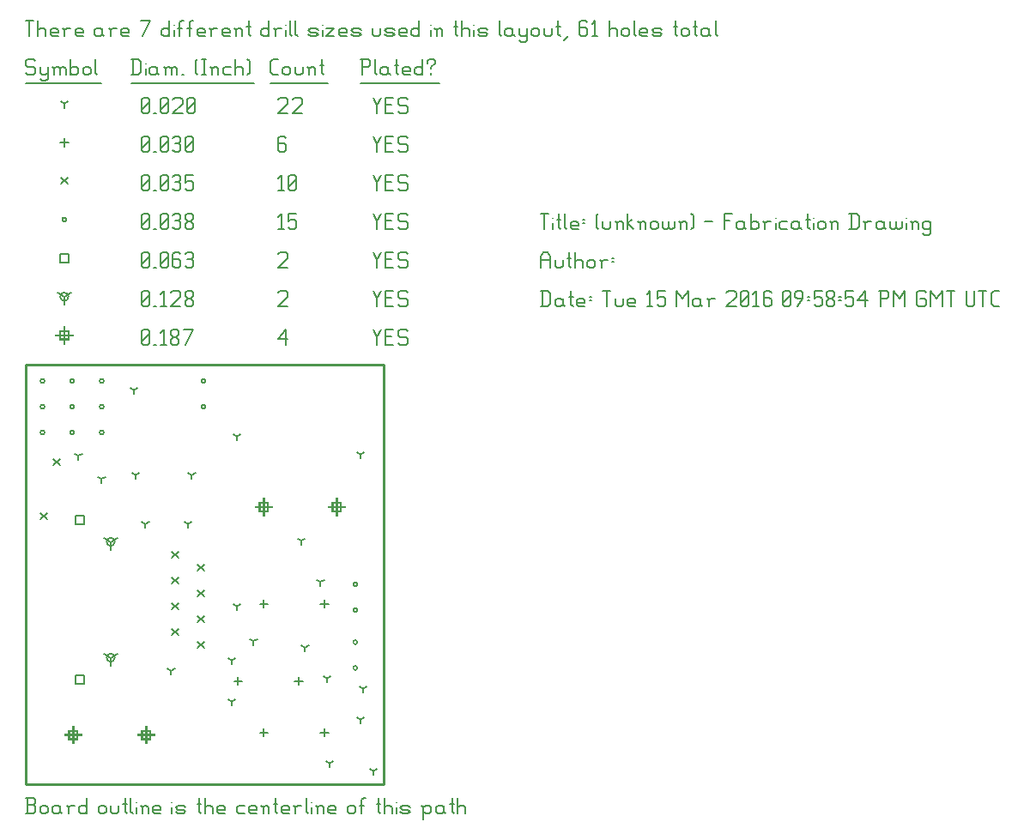
<source format=gbr>
G04 start of page 12 for group -3984 idx -3984 *
G04 Title: (unknown), fab *
G04 Creator: pcb 20140316 *
G04 CreationDate: Tue 15 Mar 2016 09:58:54 PM GMT UTC *
G04 For: commonadmin *
G04 Format: Gerber/RS-274X *
G04 PCB-Dimensions (mil): 1410.00 1650.00 *
G04 PCB-Coordinate-Origin: lower left *
%MOIN*%
%FSLAX25Y25*%
%LNFAB*%
%ADD95C,0.0100*%
%ADD94C,0.0075*%
%ADD93C,0.0060*%
%ADD92R,0.0080X0.0080*%
G54D92*X18500Y24200D02*Y17800D01*
X15300Y21000D02*X21700D01*
X16900Y22600D02*X20100D01*
X16900D02*Y19400D01*
X20100D01*
Y22600D02*Y19400D01*
X46846Y24200D02*Y17800D01*
X43646Y21000D02*X50046D01*
X45246Y22600D02*X48446D01*
X45246D02*Y19400D01*
X48446D01*
Y22600D02*Y19400D01*
X92500Y112700D02*Y106300D01*
X89300Y109500D02*X95700D01*
X90900Y111100D02*X94100D01*
X90900D02*Y107900D01*
X94100D01*
Y111100D02*Y107900D01*
X120846Y112700D02*Y106300D01*
X117646Y109500D02*X124046D01*
X119246Y111100D02*X122446D01*
X119246D02*Y107900D01*
X122446D01*
Y111100D02*Y107900D01*
X15000Y179450D02*Y173050D01*
X11800Y176250D02*X18200D01*
X13400Y177850D02*X16600D01*
X13400D02*Y174650D01*
X16600D01*
Y177850D02*Y174650D01*
G54D93*X135000Y178500D02*X136500Y175500D01*
X138000Y178500D01*
X136500Y175500D02*Y172500D01*
X139800Y175800D02*X142050D01*
X139800Y172500D02*X142800D01*
X139800Y178500D02*Y172500D01*
Y178500D02*X142800D01*
X147600D02*X148350Y177750D01*
X145350Y178500D02*X147600D01*
X144600Y177750D02*X145350Y178500D01*
X144600Y177750D02*Y176250D01*
X145350Y175500D01*
X147600D01*
X148350Y174750D01*
Y173250D01*
X147600Y172500D02*X148350Y173250D01*
X145350Y172500D02*X147600D01*
X144600Y173250D02*X145350Y172500D01*
X98000Y174750D02*X101000Y178500D01*
X98000Y174750D02*X101750D01*
X101000Y178500D02*Y172500D01*
X45000Y173250D02*X45750Y172500D01*
X45000Y177750D02*Y173250D01*
Y177750D02*X45750Y178500D01*
X47250D01*
X48000Y177750D01*
Y173250D01*
X47250Y172500D02*X48000Y173250D01*
X45750Y172500D02*X47250D01*
X45000Y174000D02*X48000Y177000D01*
X49800Y172500D02*X50550D01*
X52350Y177300D02*X53550Y178500D01*
Y172500D01*
X52350D02*X54600D01*
X56400Y173250D02*X57150Y172500D01*
X56400Y174450D02*Y173250D01*
Y174450D02*X57450Y175500D01*
X58350D01*
X59400Y174450D01*
Y173250D01*
X58650Y172500D02*X59400Y173250D01*
X57150Y172500D02*X58650D01*
X56400Y176550D02*X57450Y175500D01*
X56400Y177750D02*Y176550D01*
Y177750D02*X57150Y178500D01*
X58650D01*
X59400Y177750D01*
Y176550D01*
X58350Y175500D02*X59400Y176550D01*
X61950Y172500D02*X64950Y178500D01*
X61200D02*X64950D01*
X33000Y96000D02*Y92800D01*
Y96000D02*X35773Y97600D01*
X33000Y96000D02*X30227Y97600D01*
X31400Y96000D02*G75*G03X34600Y96000I1600J0D01*G01*
G75*G03X31400Y96000I-1600J0D01*G01*
X33000Y51000D02*Y47800D01*
Y51000D02*X35773Y52600D01*
X33000Y51000D02*X30227Y52600D01*
X31400Y51000D02*G75*G03X34600Y51000I1600J0D01*G01*
G75*G03X31400Y51000I-1600J0D01*G01*
X15000Y191250D02*Y188050D01*
Y191250D02*X17773Y192850D01*
X15000Y191250D02*X12227Y192850D01*
X13400Y191250D02*G75*G03X16600Y191250I1600J0D01*G01*
G75*G03X13400Y191250I-1600J0D01*G01*
X135000Y193500D02*X136500Y190500D01*
X138000Y193500D01*
X136500Y190500D02*Y187500D01*
X139800Y190800D02*X142050D01*
X139800Y187500D02*X142800D01*
X139800Y193500D02*Y187500D01*
Y193500D02*X142800D01*
X147600D02*X148350Y192750D01*
X145350Y193500D02*X147600D01*
X144600Y192750D02*X145350Y193500D01*
X144600Y192750D02*Y191250D01*
X145350Y190500D01*
X147600D01*
X148350Y189750D01*
Y188250D01*
X147600Y187500D02*X148350Y188250D01*
X145350Y187500D02*X147600D01*
X144600Y188250D02*X145350Y187500D01*
X98000Y192750D02*X98750Y193500D01*
X101000D01*
X101750Y192750D01*
Y191250D01*
X98000Y187500D02*X101750Y191250D01*
X98000Y187500D02*X101750D01*
X45000Y188250D02*X45750Y187500D01*
X45000Y192750D02*Y188250D01*
Y192750D02*X45750Y193500D01*
X47250D01*
X48000Y192750D01*
Y188250D01*
X47250Y187500D02*X48000Y188250D01*
X45750Y187500D02*X47250D01*
X45000Y189000D02*X48000Y192000D01*
X49800Y187500D02*X50550D01*
X52350Y192300D02*X53550Y193500D01*
Y187500D01*
X52350D02*X54600D01*
X56400Y192750D02*X57150Y193500D01*
X59400D01*
X60150Y192750D01*
Y191250D01*
X56400Y187500D02*X60150Y191250D01*
X56400Y187500D02*X60150D01*
X61950Y188250D02*X62700Y187500D01*
X61950Y189450D02*Y188250D01*
Y189450D02*X63000Y190500D01*
X63900D01*
X64950Y189450D01*
Y188250D01*
X64200Y187500D02*X64950Y188250D01*
X62700Y187500D02*X64200D01*
X61950Y191550D02*X63000Y190500D01*
X61950Y192750D02*Y191550D01*
Y192750D02*X62700Y193500D01*
X64200D01*
X64950Y192750D01*
Y191550D01*
X63900Y190500D02*X64950Y191550D01*
X19392Y106143D02*X22592D01*
X19392D02*Y102943D01*
X22592D01*
Y106143D02*Y102943D01*
X19392Y44135D02*X22592D01*
X19392D02*Y40935D01*
X22592D01*
Y44135D02*Y40935D01*
X13400Y207850D02*X16600D01*
X13400D02*Y204650D01*
X16600D01*
Y207850D02*Y204650D01*
X135000Y208500D02*X136500Y205500D01*
X138000Y208500D01*
X136500Y205500D02*Y202500D01*
X139800Y205800D02*X142050D01*
X139800Y202500D02*X142800D01*
X139800Y208500D02*Y202500D01*
Y208500D02*X142800D01*
X147600D02*X148350Y207750D01*
X145350Y208500D02*X147600D01*
X144600Y207750D02*X145350Y208500D01*
X144600Y207750D02*Y206250D01*
X145350Y205500D01*
X147600D01*
X148350Y204750D01*
Y203250D01*
X147600Y202500D02*X148350Y203250D01*
X145350Y202500D02*X147600D01*
X144600Y203250D02*X145350Y202500D01*
X98000Y207750D02*X98750Y208500D01*
X101000D01*
X101750Y207750D01*
Y206250D01*
X98000Y202500D02*X101750Y206250D01*
X98000Y202500D02*X101750D01*
X45000Y203250D02*X45750Y202500D01*
X45000Y207750D02*Y203250D01*
Y207750D02*X45750Y208500D01*
X47250D01*
X48000Y207750D01*
Y203250D01*
X47250Y202500D02*X48000Y203250D01*
X45750Y202500D02*X47250D01*
X45000Y204000D02*X48000Y207000D01*
X49800Y202500D02*X50550D01*
X52350Y203250D02*X53100Y202500D01*
X52350Y207750D02*Y203250D01*
Y207750D02*X53100Y208500D01*
X54600D01*
X55350Y207750D01*
Y203250D01*
X54600Y202500D02*X55350Y203250D01*
X53100Y202500D02*X54600D01*
X52350Y204000D02*X55350Y207000D01*
X59400Y208500D02*X60150Y207750D01*
X57900Y208500D02*X59400D01*
X57150Y207750D02*X57900Y208500D01*
X57150Y207750D02*Y203250D01*
X57900Y202500D01*
X59400Y205800D02*X60150Y205050D01*
X57150Y205800D02*X59400D01*
X57900Y202500D02*X59400D01*
X60150Y203250D01*
Y205050D02*Y203250D01*
X61950Y207750D02*X62700Y208500D01*
X64200D01*
X64950Y207750D01*
X64200Y202500D02*X64950Y203250D01*
X62700Y202500D02*X64200D01*
X61950Y203250D02*X62700Y202500D01*
Y205800D02*X64200D01*
X64950Y207750D02*Y206550D01*
Y205050D02*Y203250D01*
Y205050D02*X64200Y205800D01*
X64950Y206550D02*X64200Y205800D01*
X127200Y79500D02*G75*G03X128800Y79500I800J0D01*G01*
G75*G03X127200Y79500I-800J0D01*G01*
Y69500D02*G75*G03X128800Y69500I800J0D01*G01*
G75*G03X127200Y69500I-800J0D01*G01*
Y57000D02*G75*G03X128800Y57000I800J0D01*G01*
G75*G03X127200Y57000I-800J0D01*G01*
Y47000D02*G75*G03X128800Y47000I800J0D01*G01*
G75*G03X127200Y47000I-800J0D01*G01*
X28700Y138500D02*G75*G03X30300Y138500I800J0D01*G01*
G75*G03X28700Y138500I-800J0D01*G01*
Y148500D02*G75*G03X30300Y148500I800J0D01*G01*
G75*G03X28700Y148500I-800J0D01*G01*
Y158500D02*G75*G03X30300Y158500I800J0D01*G01*
G75*G03X28700Y158500I-800J0D01*G01*
X17200Y138500D02*G75*G03X18800Y138500I800J0D01*G01*
G75*G03X17200Y138500I-800J0D01*G01*
Y148500D02*G75*G03X18800Y148500I800J0D01*G01*
G75*G03X17200Y148500I-800J0D01*G01*
Y158500D02*G75*G03X18800Y158500I800J0D01*G01*
G75*G03X17200Y158500I-800J0D01*G01*
X5700Y138500D02*G75*G03X7300Y138500I800J0D01*G01*
G75*G03X5700Y138500I-800J0D01*G01*
Y148500D02*G75*G03X7300Y148500I800J0D01*G01*
G75*G03X5700Y148500I-800J0D01*G01*
Y158500D02*G75*G03X7300Y158500I800J0D01*G01*
G75*G03X5700Y158500I-800J0D01*G01*
X68200D02*G75*G03X69800Y158500I800J0D01*G01*
G75*G03X68200Y158500I-800J0D01*G01*
Y148500D02*G75*G03X69800Y148500I800J0D01*G01*
G75*G03X68200Y148500I-800J0D01*G01*
X14200Y221250D02*G75*G03X15800Y221250I800J0D01*G01*
G75*G03X14200Y221250I-800J0D01*G01*
X135000Y223500D02*X136500Y220500D01*
X138000Y223500D01*
X136500Y220500D02*Y217500D01*
X139800Y220800D02*X142050D01*
X139800Y217500D02*X142800D01*
X139800Y223500D02*Y217500D01*
Y223500D02*X142800D01*
X147600D02*X148350Y222750D01*
X145350Y223500D02*X147600D01*
X144600Y222750D02*X145350Y223500D01*
X144600Y222750D02*Y221250D01*
X145350Y220500D01*
X147600D01*
X148350Y219750D01*
Y218250D01*
X147600Y217500D02*X148350Y218250D01*
X145350Y217500D02*X147600D01*
X144600Y218250D02*X145350Y217500D01*
X98000Y222300D02*X99200Y223500D01*
Y217500D01*
X98000D02*X100250D01*
X102050Y223500D02*X105050D01*
X102050D02*Y220500D01*
X102800Y221250D01*
X104300D01*
X105050Y220500D01*
Y218250D01*
X104300Y217500D02*X105050Y218250D01*
X102800Y217500D02*X104300D01*
X102050Y218250D02*X102800Y217500D01*
X45000Y218250D02*X45750Y217500D01*
X45000Y222750D02*Y218250D01*
Y222750D02*X45750Y223500D01*
X47250D01*
X48000Y222750D01*
Y218250D01*
X47250Y217500D02*X48000Y218250D01*
X45750Y217500D02*X47250D01*
X45000Y219000D02*X48000Y222000D01*
X49800Y217500D02*X50550D01*
X52350Y218250D02*X53100Y217500D01*
X52350Y222750D02*Y218250D01*
Y222750D02*X53100Y223500D01*
X54600D01*
X55350Y222750D01*
Y218250D01*
X54600Y217500D02*X55350Y218250D01*
X53100Y217500D02*X54600D01*
X52350Y219000D02*X55350Y222000D01*
X57150Y222750D02*X57900Y223500D01*
X59400D01*
X60150Y222750D01*
X59400Y217500D02*X60150Y218250D01*
X57900Y217500D02*X59400D01*
X57150Y218250D02*X57900Y217500D01*
Y220800D02*X59400D01*
X60150Y222750D02*Y221550D01*
Y220050D02*Y218250D01*
Y220050D02*X59400Y220800D01*
X60150Y221550D02*X59400Y220800D01*
X61950Y218250D02*X62700Y217500D01*
X61950Y219450D02*Y218250D01*
Y219450D02*X63000Y220500D01*
X63900D01*
X64950Y219450D01*
Y218250D01*
X64200Y217500D02*X64950Y218250D01*
X62700Y217500D02*X64200D01*
X61950Y221550D02*X63000Y220500D01*
X61950Y222750D02*Y221550D01*
Y222750D02*X62700Y223500D01*
X64200D01*
X64950Y222750D01*
Y221550D01*
X63900Y220500D02*X64950Y221550D01*
X10800Y128200D02*X13200Y125800D01*
X10800D02*X13200Y128200D01*
X5800Y107200D02*X8200Y104800D01*
X5800D02*X8200Y107200D01*
X66800Y87200D02*X69200Y84800D01*
X66800D02*X69200Y87200D01*
X66800Y77200D02*X69200Y74800D01*
X66800D02*X69200Y77200D01*
X66800Y67200D02*X69200Y64800D01*
X66800D02*X69200Y67200D01*
X66800Y57200D02*X69200Y54800D01*
X66800D02*X69200Y57200D01*
X56800Y92200D02*X59200Y89800D01*
X56800D02*X59200Y92200D01*
X56800Y82200D02*X59200Y79800D01*
X56800D02*X59200Y82200D01*
X56800Y72200D02*X59200Y69800D01*
X56800D02*X59200Y72200D01*
X56800Y62200D02*X59200Y59800D01*
X56800D02*X59200Y62200D01*
X13800Y237450D02*X16200Y235050D01*
X13800D02*X16200Y237450D01*
X135000Y238500D02*X136500Y235500D01*
X138000Y238500D01*
X136500Y235500D02*Y232500D01*
X139800Y235800D02*X142050D01*
X139800Y232500D02*X142800D01*
X139800Y238500D02*Y232500D01*
Y238500D02*X142800D01*
X147600D02*X148350Y237750D01*
X145350Y238500D02*X147600D01*
X144600Y237750D02*X145350Y238500D01*
X144600Y237750D02*Y236250D01*
X145350Y235500D01*
X147600D01*
X148350Y234750D01*
Y233250D01*
X147600Y232500D02*X148350Y233250D01*
X145350Y232500D02*X147600D01*
X144600Y233250D02*X145350Y232500D01*
X98000Y237300D02*X99200Y238500D01*
Y232500D01*
X98000D02*X100250D01*
X102050Y233250D02*X102800Y232500D01*
X102050Y237750D02*Y233250D01*
Y237750D02*X102800Y238500D01*
X104300D01*
X105050Y237750D01*
Y233250D01*
X104300Y232500D02*X105050Y233250D01*
X102800Y232500D02*X104300D01*
X102050Y234000D02*X105050Y237000D01*
X45000Y233250D02*X45750Y232500D01*
X45000Y237750D02*Y233250D01*
Y237750D02*X45750Y238500D01*
X47250D01*
X48000Y237750D01*
Y233250D01*
X47250Y232500D02*X48000Y233250D01*
X45750Y232500D02*X47250D01*
X45000Y234000D02*X48000Y237000D01*
X49800Y232500D02*X50550D01*
X52350Y233250D02*X53100Y232500D01*
X52350Y237750D02*Y233250D01*
Y237750D02*X53100Y238500D01*
X54600D01*
X55350Y237750D01*
Y233250D01*
X54600Y232500D02*X55350Y233250D01*
X53100Y232500D02*X54600D01*
X52350Y234000D02*X55350Y237000D01*
X57150Y237750D02*X57900Y238500D01*
X59400D01*
X60150Y237750D01*
X59400Y232500D02*X60150Y233250D01*
X57900Y232500D02*X59400D01*
X57150Y233250D02*X57900Y232500D01*
Y235800D02*X59400D01*
X60150Y237750D02*Y236550D01*
Y235050D02*Y233250D01*
Y235050D02*X59400Y235800D01*
X60150Y236550D02*X59400Y235800D01*
X61950Y238500D02*X64950D01*
X61950D02*Y235500D01*
X62700Y236250D01*
X64200D01*
X64950Y235500D01*
Y233250D01*
X64200Y232500D02*X64950Y233250D01*
X62700Y232500D02*X64200D01*
X61950Y233250D02*X62700Y232500D01*
X92500Y73600D02*Y70400D01*
X90900Y72000D02*X94100D01*
X92500Y23600D02*Y20400D01*
X90900Y22000D02*X94100D01*
X82500Y43600D02*Y40400D01*
X80900Y42000D02*X84100D01*
X116000Y73600D02*Y70400D01*
X114400Y72000D02*X117600D01*
X116000Y23600D02*Y20400D01*
X114400Y22000D02*X117600D01*
X106000Y43600D02*Y40400D01*
X104400Y42000D02*X107600D01*
X15000Y252850D02*Y249650D01*
X13400Y251250D02*X16600D01*
X135000Y253500D02*X136500Y250500D01*
X138000Y253500D01*
X136500Y250500D02*Y247500D01*
X139800Y250800D02*X142050D01*
X139800Y247500D02*X142800D01*
X139800Y253500D02*Y247500D01*
Y253500D02*X142800D01*
X147600D02*X148350Y252750D01*
X145350Y253500D02*X147600D01*
X144600Y252750D02*X145350Y253500D01*
X144600Y252750D02*Y251250D01*
X145350Y250500D01*
X147600D01*
X148350Y249750D01*
Y248250D01*
X147600Y247500D02*X148350Y248250D01*
X145350Y247500D02*X147600D01*
X144600Y248250D02*X145350Y247500D01*
X100250Y253500D02*X101000Y252750D01*
X98750Y253500D02*X100250D01*
X98000Y252750D02*X98750Y253500D01*
X98000Y252750D02*Y248250D01*
X98750Y247500D01*
X100250Y250800D02*X101000Y250050D01*
X98000Y250800D02*X100250D01*
X98750Y247500D02*X100250D01*
X101000Y248250D01*
Y250050D02*Y248250D01*
X45000D02*X45750Y247500D01*
X45000Y252750D02*Y248250D01*
Y252750D02*X45750Y253500D01*
X47250D01*
X48000Y252750D01*
Y248250D01*
X47250Y247500D02*X48000Y248250D01*
X45750Y247500D02*X47250D01*
X45000Y249000D02*X48000Y252000D01*
X49800Y247500D02*X50550D01*
X52350Y248250D02*X53100Y247500D01*
X52350Y252750D02*Y248250D01*
Y252750D02*X53100Y253500D01*
X54600D01*
X55350Y252750D01*
Y248250D01*
X54600Y247500D02*X55350Y248250D01*
X53100Y247500D02*X54600D01*
X52350Y249000D02*X55350Y252000D01*
X57150Y252750D02*X57900Y253500D01*
X59400D01*
X60150Y252750D01*
X59400Y247500D02*X60150Y248250D01*
X57900Y247500D02*X59400D01*
X57150Y248250D02*X57900Y247500D01*
Y250800D02*X59400D01*
X60150Y252750D02*Y251550D01*
Y250050D02*Y248250D01*
Y250050D02*X59400Y250800D01*
X60150Y251550D02*X59400Y250800D01*
X61950Y248250D02*X62700Y247500D01*
X61950Y252750D02*Y248250D01*
Y252750D02*X62700Y253500D01*
X64200D01*
X64950Y252750D01*
Y248250D01*
X64200Y247500D02*X64950Y248250D01*
X62700Y247500D02*X64200D01*
X61950Y249000D02*X64950Y252000D01*
X64500Y122000D02*Y120400D01*
Y122000D02*X65887Y122800D01*
X64500Y122000D02*X63113Y122800D01*
X42700Y122000D02*Y120400D01*
Y122000D02*X44087Y122800D01*
X42700Y122000D02*X41313Y122800D01*
X80000Y34000D02*Y32400D01*
Y34000D02*X81387Y34800D01*
X80000Y34000D02*X78613Y34800D01*
X29500Y120500D02*Y118900D01*
Y120500D02*X30887Y121300D01*
X29500Y120500D02*X28113Y121300D01*
X46500Y103000D02*Y101400D01*
Y103000D02*X47887Y103800D01*
X46500Y103000D02*X45113Y103800D01*
X63000Y103000D02*Y101400D01*
Y103000D02*X64387Y103800D01*
X63000Y103000D02*X61613Y103800D01*
X56500Y46000D02*Y44400D01*
Y46000D02*X57887Y46800D01*
X56500Y46000D02*X55113Y46800D01*
X88500Y57500D02*Y55900D01*
Y57500D02*X89887Y58300D01*
X88500Y57500D02*X87113Y58300D01*
X108500Y55000D02*Y53400D01*
Y55000D02*X109887Y55800D01*
X108500Y55000D02*X107113Y55800D01*
X82000Y71000D02*Y69400D01*
Y71000D02*X83387Y71800D01*
X82000Y71000D02*X80613Y71800D01*
X114500Y80500D02*Y78900D01*
Y80500D02*X115887Y81300D01*
X114500Y80500D02*X113113Y81300D01*
X42000Y155000D02*Y153400D01*
Y155000D02*X43387Y155800D01*
X42000Y155000D02*X40613Y155800D01*
X82000Y137000D02*Y135400D01*
Y137000D02*X83387Y137800D01*
X82000Y137000D02*X80613Y137800D01*
X130000Y130000D02*Y128400D01*
Y130000D02*X131387Y130800D01*
X130000Y130000D02*X128613Y130800D01*
X107000Y96500D02*Y94900D01*
Y96500D02*X108387Y97300D01*
X107000Y96500D02*X105613Y97300D01*
X20500Y129500D02*Y127900D01*
Y129500D02*X21887Y130300D01*
X20500Y129500D02*X19113Y130300D01*
X130000Y27000D02*Y25400D01*
Y27000D02*X131387Y27800D01*
X130000Y27000D02*X128613Y27800D01*
X135000Y7000D02*Y5400D01*
Y7000D02*X136387Y7800D01*
X135000Y7000D02*X133613Y7800D01*
X118000Y10000D02*Y8400D01*
Y10000D02*X119387Y10800D01*
X118000Y10000D02*X116613Y10800D01*
X117000Y43000D02*Y41400D01*
Y43000D02*X118387Y43800D01*
X117000Y43000D02*X115613Y43800D01*
X80000Y50000D02*Y48400D01*
Y50000D02*X81387Y50800D01*
X80000Y50000D02*X78613Y50800D01*
X131000Y39000D02*Y37400D01*
Y39000D02*X132387Y39800D01*
X131000Y39000D02*X129613Y39800D01*
X15000Y266250D02*Y264650D01*
Y266250D02*X16387Y267050D01*
X15000Y266250D02*X13613Y267050D01*
X135000Y268500D02*X136500Y265500D01*
X138000Y268500D01*
X136500Y265500D02*Y262500D01*
X139800Y265800D02*X142050D01*
X139800Y262500D02*X142800D01*
X139800Y268500D02*Y262500D01*
Y268500D02*X142800D01*
X147600D02*X148350Y267750D01*
X145350Y268500D02*X147600D01*
X144600Y267750D02*X145350Y268500D01*
X144600Y267750D02*Y266250D01*
X145350Y265500D01*
X147600D01*
X148350Y264750D01*
Y263250D01*
X147600Y262500D02*X148350Y263250D01*
X145350Y262500D02*X147600D01*
X144600Y263250D02*X145350Y262500D01*
X98000Y267750D02*X98750Y268500D01*
X101000D01*
X101750Y267750D01*
Y266250D01*
X98000Y262500D02*X101750Y266250D01*
X98000Y262500D02*X101750D01*
X103550Y267750D02*X104300Y268500D01*
X106550D01*
X107300Y267750D01*
Y266250D01*
X103550Y262500D02*X107300Y266250D01*
X103550Y262500D02*X107300D01*
X45000Y263250D02*X45750Y262500D01*
X45000Y267750D02*Y263250D01*
Y267750D02*X45750Y268500D01*
X47250D01*
X48000Y267750D01*
Y263250D01*
X47250Y262500D02*X48000Y263250D01*
X45750Y262500D02*X47250D01*
X45000Y264000D02*X48000Y267000D01*
X49800Y262500D02*X50550D01*
X52350Y263250D02*X53100Y262500D01*
X52350Y267750D02*Y263250D01*
Y267750D02*X53100Y268500D01*
X54600D01*
X55350Y267750D01*
Y263250D01*
X54600Y262500D02*X55350Y263250D01*
X53100Y262500D02*X54600D01*
X52350Y264000D02*X55350Y267000D01*
X57150Y267750D02*X57900Y268500D01*
X60150D01*
X60900Y267750D01*
Y266250D01*
X57150Y262500D02*X60900Y266250D01*
X57150Y262500D02*X60900D01*
X62700Y263250D02*X63450Y262500D01*
X62700Y267750D02*Y263250D01*
Y267750D02*X63450Y268500D01*
X64950D01*
X65700Y267750D01*
Y263250D01*
X64950Y262500D02*X65700Y263250D01*
X63450Y262500D02*X64950D01*
X62700Y264000D02*X65700Y267000D01*
X3000Y283500D02*X3750Y282750D01*
X750Y283500D02*X3000D01*
X0Y282750D02*X750Y283500D01*
X0Y282750D02*Y281250D01*
X750Y280500D01*
X3000D01*
X3750Y279750D01*
Y278250D01*
X3000Y277500D02*X3750Y278250D01*
X750Y277500D02*X3000D01*
X0Y278250D02*X750Y277500D01*
X5550Y280500D02*Y278250D01*
X6300Y277500D01*
X8550Y280500D02*Y276000D01*
X7800Y275250D02*X8550Y276000D01*
X6300Y275250D02*X7800D01*
X5550Y276000D02*X6300Y275250D01*
Y277500D02*X7800D01*
X8550Y278250D01*
X11100Y279750D02*Y277500D01*
Y279750D02*X11850Y280500D01*
X12600D01*
X13350Y279750D01*
Y277500D01*
Y279750D02*X14100Y280500D01*
X14850D01*
X15600Y279750D01*
Y277500D01*
X10350Y280500D02*X11100Y279750D01*
X17400Y283500D02*Y277500D01*
Y278250D02*X18150Y277500D01*
X19650D01*
X20400Y278250D01*
Y279750D02*Y278250D01*
X19650Y280500D02*X20400Y279750D01*
X18150Y280500D02*X19650D01*
X17400Y279750D02*X18150Y280500D01*
X22200Y279750D02*Y278250D01*
Y279750D02*X22950Y280500D01*
X24450D01*
X25200Y279750D01*
Y278250D01*
X24450Y277500D02*X25200Y278250D01*
X22950Y277500D02*X24450D01*
X22200Y278250D02*X22950Y277500D01*
X27000Y283500D02*Y278250D01*
X27750Y277500D01*
X0Y274250D02*X29250D01*
X41750Y283500D02*Y277500D01*
X43700Y283500D02*X44750Y282450D01*
Y278550D01*
X43700Y277500D02*X44750Y278550D01*
X41000Y277500D02*X43700D01*
X41000Y283500D02*X43700D01*
G54D94*X46550Y282000D02*Y281850D01*
G54D93*Y279750D02*Y277500D01*
X50300Y280500D02*X51050Y279750D01*
X48800Y280500D02*X50300D01*
X48050Y279750D02*X48800Y280500D01*
X48050Y279750D02*Y278250D01*
X48800Y277500D01*
X51050Y280500D02*Y278250D01*
X51800Y277500D01*
X48800D02*X50300D01*
X51050Y278250D01*
X54350Y279750D02*Y277500D01*
Y279750D02*X55100Y280500D01*
X55850D01*
X56600Y279750D01*
Y277500D01*
Y279750D02*X57350Y280500D01*
X58100D01*
X58850Y279750D01*
Y277500D01*
X53600Y280500D02*X54350Y279750D01*
X60650Y277500D02*X61400D01*
X65900Y278250D02*X66650Y277500D01*
X65900Y282750D02*X66650Y283500D01*
X65900Y282750D02*Y278250D01*
X68450Y283500D02*X69950D01*
X69200D02*Y277500D01*
X68450D02*X69950D01*
X72500Y279750D02*Y277500D01*
Y279750D02*X73250Y280500D01*
X74000D01*
X74750Y279750D01*
Y277500D01*
X71750Y280500D02*X72500Y279750D01*
X77300Y280500D02*X79550D01*
X76550Y279750D02*X77300Y280500D01*
X76550Y279750D02*Y278250D01*
X77300Y277500D01*
X79550D01*
X81350Y283500D02*Y277500D01*
Y279750D02*X82100Y280500D01*
X83600D01*
X84350Y279750D01*
Y277500D01*
X86150Y283500D02*X86900Y282750D01*
Y278250D01*
X86150Y277500D02*X86900Y278250D01*
X41000Y274250D02*X88700D01*
X96050Y277500D02*X98000D01*
X95000Y278550D02*X96050Y277500D01*
X95000Y282450D02*Y278550D01*
Y282450D02*X96050Y283500D01*
X98000D01*
X99800Y279750D02*Y278250D01*
Y279750D02*X100550Y280500D01*
X102050D01*
X102800Y279750D01*
Y278250D01*
X102050Y277500D02*X102800Y278250D01*
X100550Y277500D02*X102050D01*
X99800Y278250D02*X100550Y277500D01*
X104600Y280500D02*Y278250D01*
X105350Y277500D01*
X106850D01*
X107600Y278250D01*
Y280500D02*Y278250D01*
X110150Y279750D02*Y277500D01*
Y279750D02*X110900Y280500D01*
X111650D01*
X112400Y279750D01*
Y277500D01*
X109400Y280500D02*X110150Y279750D01*
X114950Y283500D02*Y278250D01*
X115700Y277500D01*
X114200Y281250D02*X115700D01*
X95000Y274250D02*X117200D01*
X130750Y283500D02*Y277500D01*
X130000Y283500D02*X133000D01*
X133750Y282750D01*
Y281250D01*
X133000Y280500D02*X133750Y281250D01*
X130750Y280500D02*X133000D01*
X135550Y283500D02*Y278250D01*
X136300Y277500D01*
X140050Y280500D02*X140800Y279750D01*
X138550Y280500D02*X140050D01*
X137800Y279750D02*X138550Y280500D01*
X137800Y279750D02*Y278250D01*
X138550Y277500D01*
X140800Y280500D02*Y278250D01*
X141550Y277500D01*
X138550D02*X140050D01*
X140800Y278250D01*
X144100Y283500D02*Y278250D01*
X144850Y277500D01*
X143350Y281250D02*X144850D01*
X147100Y277500D02*X149350D01*
X146350Y278250D02*X147100Y277500D01*
X146350Y279750D02*Y278250D01*
Y279750D02*X147100Y280500D01*
X148600D01*
X149350Y279750D01*
X146350Y279000D02*X149350D01*
Y279750D02*Y279000D01*
X154150Y283500D02*Y277500D01*
X153400D02*X154150Y278250D01*
X151900Y277500D02*X153400D01*
X151150Y278250D02*X151900Y277500D01*
X151150Y279750D02*Y278250D01*
Y279750D02*X151900Y280500D01*
X153400D01*
X154150Y279750D01*
X157450Y280500D02*Y279750D01*
Y278250D02*Y277500D01*
X155950Y282750D02*Y282000D01*
Y282750D02*X156700Y283500D01*
X158200D01*
X158950Y282750D01*
Y282000D01*
X157450Y280500D02*X158950Y282000D01*
X130000Y274250D02*X160750D01*
X0Y298500D02*X3000D01*
X1500D02*Y292500D01*
X4800Y298500D02*Y292500D01*
Y294750D02*X5550Y295500D01*
X7050D01*
X7800Y294750D01*
Y292500D01*
X10350D02*X12600D01*
X9600Y293250D02*X10350Y292500D01*
X9600Y294750D02*Y293250D01*
Y294750D02*X10350Y295500D01*
X11850D01*
X12600Y294750D01*
X9600Y294000D02*X12600D01*
Y294750D02*Y294000D01*
X15150Y294750D02*Y292500D01*
Y294750D02*X15900Y295500D01*
X17400D01*
X14400D02*X15150Y294750D01*
X19950Y292500D02*X22200D01*
X19200Y293250D02*X19950Y292500D01*
X19200Y294750D02*Y293250D01*
Y294750D02*X19950Y295500D01*
X21450D01*
X22200Y294750D01*
X19200Y294000D02*X22200D01*
Y294750D02*Y294000D01*
X28950Y295500D02*X29700Y294750D01*
X27450Y295500D02*X28950D01*
X26700Y294750D02*X27450Y295500D01*
X26700Y294750D02*Y293250D01*
X27450Y292500D01*
X29700Y295500D02*Y293250D01*
X30450Y292500D01*
X27450D02*X28950D01*
X29700Y293250D01*
X33000Y294750D02*Y292500D01*
Y294750D02*X33750Y295500D01*
X35250D01*
X32250D02*X33000Y294750D01*
X37800Y292500D02*X40050D01*
X37050Y293250D02*X37800Y292500D01*
X37050Y294750D02*Y293250D01*
Y294750D02*X37800Y295500D01*
X39300D01*
X40050Y294750D01*
X37050Y294000D02*X40050D01*
Y294750D02*Y294000D01*
X45300Y292500D02*X48300Y298500D01*
X44550D02*X48300D01*
X55800D02*Y292500D01*
X55050D02*X55800Y293250D01*
X53550Y292500D02*X55050D01*
X52800Y293250D02*X53550Y292500D01*
X52800Y294750D02*Y293250D01*
Y294750D02*X53550Y295500D01*
X55050D01*
X55800Y294750D01*
G54D94*X57600Y297000D02*Y296850D01*
G54D93*Y294750D02*Y292500D01*
X59850Y297750D02*Y292500D01*
Y297750D02*X60600Y298500D01*
X61350D01*
X59100Y295500D02*X60600D01*
X63600Y297750D02*Y292500D01*
Y297750D02*X64350Y298500D01*
X65100D01*
X62850Y295500D02*X64350D01*
X67350Y292500D02*X69600D01*
X66600Y293250D02*X67350Y292500D01*
X66600Y294750D02*Y293250D01*
Y294750D02*X67350Y295500D01*
X68850D01*
X69600Y294750D01*
X66600Y294000D02*X69600D01*
Y294750D02*Y294000D01*
X72150Y294750D02*Y292500D01*
Y294750D02*X72900Y295500D01*
X74400D01*
X71400D02*X72150Y294750D01*
X76950Y292500D02*X79200D01*
X76200Y293250D02*X76950Y292500D01*
X76200Y294750D02*Y293250D01*
Y294750D02*X76950Y295500D01*
X78450D01*
X79200Y294750D01*
X76200Y294000D02*X79200D01*
Y294750D02*Y294000D01*
X81750Y294750D02*Y292500D01*
Y294750D02*X82500Y295500D01*
X83250D01*
X84000Y294750D01*
Y292500D01*
X81000Y295500D02*X81750Y294750D01*
X86550Y298500D02*Y293250D01*
X87300Y292500D01*
X85800Y296250D02*X87300D01*
X94500Y298500D02*Y292500D01*
X93750D02*X94500Y293250D01*
X92250Y292500D02*X93750D01*
X91500Y293250D02*X92250Y292500D01*
X91500Y294750D02*Y293250D01*
Y294750D02*X92250Y295500D01*
X93750D01*
X94500Y294750D01*
X97050D02*Y292500D01*
Y294750D02*X97800Y295500D01*
X99300D01*
X96300D02*X97050Y294750D01*
G54D94*X101100Y297000D02*Y296850D01*
G54D93*Y294750D02*Y292500D01*
X102600Y298500D02*Y293250D01*
X103350Y292500D01*
X104850Y298500D02*Y293250D01*
X105600Y292500D01*
X110550D02*X112800D01*
X113550Y293250D01*
X112800Y294000D02*X113550Y293250D01*
X110550Y294000D02*X112800D01*
X109800Y294750D02*X110550Y294000D01*
X109800Y294750D02*X110550Y295500D01*
X112800D01*
X113550Y294750D01*
X109800Y293250D02*X110550Y292500D01*
G54D94*X115350Y297000D02*Y296850D01*
G54D93*Y294750D02*Y292500D01*
X116850Y295500D02*X119850D01*
X116850Y292500D02*X119850Y295500D01*
X116850Y292500D02*X119850D01*
X122400D02*X124650D01*
X121650Y293250D02*X122400Y292500D01*
X121650Y294750D02*Y293250D01*
Y294750D02*X122400Y295500D01*
X123900D01*
X124650Y294750D01*
X121650Y294000D02*X124650D01*
Y294750D02*Y294000D01*
X127200Y292500D02*X129450D01*
X130200Y293250D01*
X129450Y294000D02*X130200Y293250D01*
X127200Y294000D02*X129450D01*
X126450Y294750D02*X127200Y294000D01*
X126450Y294750D02*X127200Y295500D01*
X129450D01*
X130200Y294750D01*
X126450Y293250D02*X127200Y292500D01*
X134700Y295500D02*Y293250D01*
X135450Y292500D01*
X136950D01*
X137700Y293250D01*
Y295500D02*Y293250D01*
X140250Y292500D02*X142500D01*
X143250Y293250D01*
X142500Y294000D02*X143250Y293250D01*
X140250Y294000D02*X142500D01*
X139500Y294750D02*X140250Y294000D01*
X139500Y294750D02*X140250Y295500D01*
X142500D01*
X143250Y294750D01*
X139500Y293250D02*X140250Y292500D01*
X145800D02*X148050D01*
X145050Y293250D02*X145800Y292500D01*
X145050Y294750D02*Y293250D01*
Y294750D02*X145800Y295500D01*
X147300D01*
X148050Y294750D01*
X145050Y294000D02*X148050D01*
Y294750D02*Y294000D01*
X152850Y298500D02*Y292500D01*
X152100D02*X152850Y293250D01*
X150600Y292500D02*X152100D01*
X149850Y293250D02*X150600Y292500D01*
X149850Y294750D02*Y293250D01*
Y294750D02*X150600Y295500D01*
X152100D01*
X152850Y294750D01*
G54D94*X157350Y297000D02*Y296850D01*
G54D93*Y294750D02*Y292500D01*
X159600Y294750D02*Y292500D01*
Y294750D02*X160350Y295500D01*
X161100D01*
X161850Y294750D01*
Y292500D01*
X158850Y295500D02*X159600Y294750D01*
X167100Y298500D02*Y293250D01*
X167850Y292500D01*
X166350Y296250D02*X167850D01*
X169350Y298500D02*Y292500D01*
Y294750D02*X170100Y295500D01*
X171600D01*
X172350Y294750D01*
Y292500D01*
G54D94*X174150Y297000D02*Y296850D01*
G54D93*Y294750D02*Y292500D01*
X176400D02*X178650D01*
X179400Y293250D01*
X178650Y294000D02*X179400Y293250D01*
X176400Y294000D02*X178650D01*
X175650Y294750D02*X176400Y294000D01*
X175650Y294750D02*X176400Y295500D01*
X178650D01*
X179400Y294750D01*
X175650Y293250D02*X176400Y292500D01*
X183900Y298500D02*Y293250D01*
X184650Y292500D01*
X188400Y295500D02*X189150Y294750D01*
X186900Y295500D02*X188400D01*
X186150Y294750D02*X186900Y295500D01*
X186150Y294750D02*Y293250D01*
X186900Y292500D01*
X189150Y295500D02*Y293250D01*
X189900Y292500D01*
X186900D02*X188400D01*
X189150Y293250D01*
X191700Y295500D02*Y293250D01*
X192450Y292500D01*
X194700Y295500D02*Y291000D01*
X193950Y290250D02*X194700Y291000D01*
X192450Y290250D02*X193950D01*
X191700Y291000D02*X192450Y290250D01*
Y292500D02*X193950D01*
X194700Y293250D01*
X196500Y294750D02*Y293250D01*
Y294750D02*X197250Y295500D01*
X198750D01*
X199500Y294750D01*
Y293250D01*
X198750Y292500D02*X199500Y293250D01*
X197250Y292500D02*X198750D01*
X196500Y293250D02*X197250Y292500D01*
X201300Y295500D02*Y293250D01*
X202050Y292500D01*
X203550D01*
X204300Y293250D01*
Y295500D02*Y293250D01*
X206850Y298500D02*Y293250D01*
X207600Y292500D01*
X206100Y296250D02*X207600D01*
X209100Y291000D02*X210600Y292500D01*
X217350Y298500D02*X218100Y297750D01*
X215850Y298500D02*X217350D01*
X215100Y297750D02*X215850Y298500D01*
X215100Y297750D02*Y293250D01*
X215850Y292500D01*
X217350Y295800D02*X218100Y295050D01*
X215100Y295800D02*X217350D01*
X215850Y292500D02*X217350D01*
X218100Y293250D01*
Y295050D02*Y293250D01*
X219900Y297300D02*X221100Y298500D01*
Y292500D01*
X219900D02*X222150D01*
X226650Y298500D02*Y292500D01*
Y294750D02*X227400Y295500D01*
X228900D01*
X229650Y294750D01*
Y292500D01*
X231450Y294750D02*Y293250D01*
Y294750D02*X232200Y295500D01*
X233700D01*
X234450Y294750D01*
Y293250D01*
X233700Y292500D02*X234450Y293250D01*
X232200Y292500D02*X233700D01*
X231450Y293250D02*X232200Y292500D01*
X236250Y298500D02*Y293250D01*
X237000Y292500D01*
X239250D02*X241500D01*
X238500Y293250D02*X239250Y292500D01*
X238500Y294750D02*Y293250D01*
Y294750D02*X239250Y295500D01*
X240750D01*
X241500Y294750D01*
X238500Y294000D02*X241500D01*
Y294750D02*Y294000D01*
X244050Y292500D02*X246300D01*
X247050Y293250D01*
X246300Y294000D02*X247050Y293250D01*
X244050Y294000D02*X246300D01*
X243300Y294750D02*X244050Y294000D01*
X243300Y294750D02*X244050Y295500D01*
X246300D01*
X247050Y294750D01*
X243300Y293250D02*X244050Y292500D01*
X252300Y298500D02*Y293250D01*
X253050Y292500D01*
X251550Y296250D02*X253050D01*
X254550Y294750D02*Y293250D01*
Y294750D02*X255300Y295500D01*
X256800D01*
X257550Y294750D01*
Y293250D01*
X256800Y292500D02*X257550Y293250D01*
X255300Y292500D02*X256800D01*
X254550Y293250D02*X255300Y292500D01*
X260100Y298500D02*Y293250D01*
X260850Y292500D01*
X259350Y296250D02*X260850D01*
X264600Y295500D02*X265350Y294750D01*
X263100Y295500D02*X264600D01*
X262350Y294750D02*X263100Y295500D01*
X262350Y294750D02*Y293250D01*
X263100Y292500D01*
X265350Y295500D02*Y293250D01*
X266100Y292500D01*
X263100D02*X264600D01*
X265350Y293250D01*
X267900Y298500D02*Y293250D01*
X268650Y292500D01*
G54D95*X0Y165000D02*Y2000D01*
X139000D01*
Y165000D01*
X0D01*
G54D93*Y-9500D02*X3000D01*
X3750Y-8750D01*
Y-6950D02*Y-8750D01*
X3000Y-6200D02*X3750Y-6950D01*
X750Y-6200D02*X3000D01*
X750Y-3500D02*Y-9500D01*
X0Y-3500D02*X3000D01*
X3750Y-4250D01*
Y-5450D01*
X3000Y-6200D02*X3750Y-5450D01*
X5550Y-7250D02*Y-8750D01*
Y-7250D02*X6300Y-6500D01*
X7800D01*
X8550Y-7250D01*
Y-8750D01*
X7800Y-9500D02*X8550Y-8750D01*
X6300Y-9500D02*X7800D01*
X5550Y-8750D02*X6300Y-9500D01*
X12600Y-6500D02*X13350Y-7250D01*
X11100Y-6500D02*X12600D01*
X10350Y-7250D02*X11100Y-6500D01*
X10350Y-7250D02*Y-8750D01*
X11100Y-9500D01*
X13350Y-6500D02*Y-8750D01*
X14100Y-9500D01*
X11100D02*X12600D01*
X13350Y-8750D01*
X16650Y-7250D02*Y-9500D01*
Y-7250D02*X17400Y-6500D01*
X18900D01*
X15900D02*X16650Y-7250D01*
X23700Y-3500D02*Y-9500D01*
X22950D02*X23700Y-8750D01*
X21450Y-9500D02*X22950D01*
X20700Y-8750D02*X21450Y-9500D01*
X20700Y-7250D02*Y-8750D01*
Y-7250D02*X21450Y-6500D01*
X22950D01*
X23700Y-7250D01*
X28200D02*Y-8750D01*
Y-7250D02*X28950Y-6500D01*
X30450D01*
X31200Y-7250D01*
Y-8750D01*
X30450Y-9500D02*X31200Y-8750D01*
X28950Y-9500D02*X30450D01*
X28200Y-8750D02*X28950Y-9500D01*
X33000Y-6500D02*Y-8750D01*
X33750Y-9500D01*
X35250D01*
X36000Y-8750D01*
Y-6500D02*Y-8750D01*
X38550Y-3500D02*Y-8750D01*
X39300Y-9500D01*
X37800Y-5750D02*X39300D01*
X40800Y-3500D02*Y-8750D01*
X41550Y-9500D01*
G54D94*X43050Y-5000D02*Y-5150D01*
G54D93*Y-7250D02*Y-9500D01*
X45300Y-7250D02*Y-9500D01*
Y-7250D02*X46050Y-6500D01*
X46800D01*
X47550Y-7250D01*
Y-9500D01*
X44550Y-6500D02*X45300Y-7250D01*
X50100Y-9500D02*X52350D01*
X49350Y-8750D02*X50100Y-9500D01*
X49350Y-7250D02*Y-8750D01*
Y-7250D02*X50100Y-6500D01*
X51600D01*
X52350Y-7250D01*
X49350Y-8000D02*X52350D01*
Y-7250D02*Y-8000D01*
G54D94*X56850Y-5000D02*Y-5150D01*
G54D93*Y-7250D02*Y-9500D01*
X59100D02*X61350D01*
X62100Y-8750D01*
X61350Y-8000D02*X62100Y-8750D01*
X59100Y-8000D02*X61350D01*
X58350Y-7250D02*X59100Y-8000D01*
X58350Y-7250D02*X59100Y-6500D01*
X61350D01*
X62100Y-7250D01*
X58350Y-8750D02*X59100Y-9500D01*
X67350Y-3500D02*Y-8750D01*
X68100Y-9500D01*
X66600Y-5750D02*X68100D01*
X69600Y-3500D02*Y-9500D01*
Y-7250D02*X70350Y-6500D01*
X71850D01*
X72600Y-7250D01*
Y-9500D01*
X75150D02*X77400D01*
X74400Y-8750D02*X75150Y-9500D01*
X74400Y-7250D02*Y-8750D01*
Y-7250D02*X75150Y-6500D01*
X76650D01*
X77400Y-7250D01*
X74400Y-8000D02*X77400D01*
Y-7250D02*Y-8000D01*
X82650Y-6500D02*X84900D01*
X81900Y-7250D02*X82650Y-6500D01*
X81900Y-7250D02*Y-8750D01*
X82650Y-9500D01*
X84900D01*
X87450D02*X89700D01*
X86700Y-8750D02*X87450Y-9500D01*
X86700Y-7250D02*Y-8750D01*
Y-7250D02*X87450Y-6500D01*
X88950D01*
X89700Y-7250D01*
X86700Y-8000D02*X89700D01*
Y-7250D02*Y-8000D01*
X92250Y-7250D02*Y-9500D01*
Y-7250D02*X93000Y-6500D01*
X93750D01*
X94500Y-7250D01*
Y-9500D01*
X91500Y-6500D02*X92250Y-7250D01*
X97050Y-3500D02*Y-8750D01*
X97800Y-9500D01*
X96300Y-5750D02*X97800D01*
X100050Y-9500D02*X102300D01*
X99300Y-8750D02*X100050Y-9500D01*
X99300Y-7250D02*Y-8750D01*
Y-7250D02*X100050Y-6500D01*
X101550D01*
X102300Y-7250D01*
X99300Y-8000D02*X102300D01*
Y-7250D02*Y-8000D01*
X104850Y-7250D02*Y-9500D01*
Y-7250D02*X105600Y-6500D01*
X107100D01*
X104100D02*X104850Y-7250D01*
X108900Y-3500D02*Y-8750D01*
X109650Y-9500D01*
G54D94*X111150Y-5000D02*Y-5150D01*
G54D93*Y-7250D02*Y-9500D01*
X113400Y-7250D02*Y-9500D01*
Y-7250D02*X114150Y-6500D01*
X114900D01*
X115650Y-7250D01*
Y-9500D01*
X112650Y-6500D02*X113400Y-7250D01*
X118200Y-9500D02*X120450D01*
X117450Y-8750D02*X118200Y-9500D01*
X117450Y-7250D02*Y-8750D01*
Y-7250D02*X118200Y-6500D01*
X119700D01*
X120450Y-7250D01*
X117450Y-8000D02*X120450D01*
Y-7250D02*Y-8000D01*
X124950Y-7250D02*Y-8750D01*
Y-7250D02*X125700Y-6500D01*
X127200D01*
X127950Y-7250D01*
Y-8750D01*
X127200Y-9500D02*X127950Y-8750D01*
X125700Y-9500D02*X127200D01*
X124950Y-8750D02*X125700Y-9500D01*
X130500Y-4250D02*Y-9500D01*
Y-4250D02*X131250Y-3500D01*
X132000D01*
X129750Y-6500D02*X131250D01*
X136950Y-3500D02*Y-8750D01*
X137700Y-9500D01*
X136200Y-5750D02*X137700D01*
X139200Y-3500D02*Y-9500D01*
Y-7250D02*X139950Y-6500D01*
X141450D01*
X142200Y-7250D01*
Y-9500D01*
G54D94*X144000Y-5000D02*Y-5150D01*
G54D93*Y-7250D02*Y-9500D01*
X146250D02*X148500D01*
X149250Y-8750D01*
X148500Y-8000D02*X149250Y-8750D01*
X146250Y-8000D02*X148500D01*
X145500Y-7250D02*X146250Y-8000D01*
X145500Y-7250D02*X146250Y-6500D01*
X148500D01*
X149250Y-7250D01*
X145500Y-8750D02*X146250Y-9500D01*
X154500Y-7250D02*Y-11750D01*
X153750Y-6500D02*X154500Y-7250D01*
X155250Y-6500D01*
X156750D01*
X157500Y-7250D01*
Y-8750D01*
X156750Y-9500D02*X157500Y-8750D01*
X155250Y-9500D02*X156750D01*
X154500Y-8750D02*X155250Y-9500D01*
X161550Y-6500D02*X162300Y-7250D01*
X160050Y-6500D02*X161550D01*
X159300Y-7250D02*X160050Y-6500D01*
X159300Y-7250D02*Y-8750D01*
X160050Y-9500D01*
X162300Y-6500D02*Y-8750D01*
X163050Y-9500D01*
X160050D02*X161550D01*
X162300Y-8750D01*
X165600Y-3500D02*Y-8750D01*
X166350Y-9500D01*
X164850Y-5750D02*X166350D01*
X167850Y-3500D02*Y-9500D01*
Y-7250D02*X168600Y-6500D01*
X170100D01*
X170850Y-7250D01*
Y-9500D01*
X200750Y193500D02*Y187500D01*
X202700Y193500D02*X203750Y192450D01*
Y188550D01*
X202700Y187500D02*X203750Y188550D01*
X200000Y187500D02*X202700D01*
X200000Y193500D02*X202700D01*
X207800Y190500D02*X208550Y189750D01*
X206300Y190500D02*X207800D01*
X205550Y189750D02*X206300Y190500D01*
X205550Y189750D02*Y188250D01*
X206300Y187500D01*
X208550Y190500D02*Y188250D01*
X209300Y187500D01*
X206300D02*X207800D01*
X208550Y188250D01*
X211850Y193500D02*Y188250D01*
X212600Y187500D01*
X211100Y191250D02*X212600D01*
X214850Y187500D02*X217100D01*
X214100Y188250D02*X214850Y187500D01*
X214100Y189750D02*Y188250D01*
Y189750D02*X214850Y190500D01*
X216350D01*
X217100Y189750D01*
X214100Y189000D02*X217100D01*
Y189750D02*Y189000D01*
X218900Y191250D02*X219650D01*
X218900Y189750D02*X219650D01*
X224150Y193500D02*X227150D01*
X225650D02*Y187500D01*
X228950Y190500D02*Y188250D01*
X229700Y187500D01*
X231200D01*
X231950Y188250D01*
Y190500D02*Y188250D01*
X234500Y187500D02*X236750D01*
X233750Y188250D02*X234500Y187500D01*
X233750Y189750D02*Y188250D01*
Y189750D02*X234500Y190500D01*
X236000D01*
X236750Y189750D01*
X233750Y189000D02*X236750D01*
Y189750D02*Y189000D01*
X241250Y192300D02*X242450Y193500D01*
Y187500D01*
X241250D02*X243500D01*
X245300Y193500D02*X248300D01*
X245300D02*Y190500D01*
X246050Y191250D01*
X247550D01*
X248300Y190500D01*
Y188250D01*
X247550Y187500D02*X248300Y188250D01*
X246050Y187500D02*X247550D01*
X245300Y188250D02*X246050Y187500D01*
X252800Y193500D02*Y187500D01*
Y193500D02*X255050Y190500D01*
X257300Y193500D01*
Y187500D01*
X261350Y190500D02*X262100Y189750D01*
X259850Y190500D02*X261350D01*
X259100Y189750D02*X259850Y190500D01*
X259100Y189750D02*Y188250D01*
X259850Y187500D01*
X262100Y190500D02*Y188250D01*
X262850Y187500D01*
X259850D02*X261350D01*
X262100Y188250D01*
X265400Y189750D02*Y187500D01*
Y189750D02*X266150Y190500D01*
X267650D01*
X264650D02*X265400Y189750D01*
X272150Y192750D02*X272900Y193500D01*
X275150D01*
X275900Y192750D01*
Y191250D01*
X272150Y187500D02*X275900Y191250D01*
X272150Y187500D02*X275900D01*
X277700Y188250D02*X278450Y187500D01*
X277700Y192750D02*Y188250D01*
Y192750D02*X278450Y193500D01*
X279950D01*
X280700Y192750D01*
Y188250D01*
X279950Y187500D02*X280700Y188250D01*
X278450Y187500D02*X279950D01*
X277700Y189000D02*X280700Y192000D01*
X282500Y192300D02*X283700Y193500D01*
Y187500D01*
X282500D02*X284750D01*
X288800Y193500D02*X289550Y192750D01*
X287300Y193500D02*X288800D01*
X286550Y192750D02*X287300Y193500D01*
X286550Y192750D02*Y188250D01*
X287300Y187500D01*
X288800Y190800D02*X289550Y190050D01*
X286550Y190800D02*X288800D01*
X287300Y187500D02*X288800D01*
X289550Y188250D01*
Y190050D02*Y188250D01*
X294050D02*X294800Y187500D01*
X294050Y192750D02*Y188250D01*
Y192750D02*X294800Y193500D01*
X296300D01*
X297050Y192750D01*
Y188250D01*
X296300Y187500D02*X297050Y188250D01*
X294800Y187500D02*X296300D01*
X294050Y189000D02*X297050Y192000D01*
X299600Y187500D02*X301850Y190500D01*
Y192750D02*Y190500D01*
X301100Y193500D02*X301850Y192750D01*
X299600Y193500D02*X301100D01*
X298850Y192750D02*X299600Y193500D01*
X298850Y192750D02*Y191250D01*
X299600Y190500D01*
X301850D01*
X303650Y191250D02*X304400D01*
X303650Y189750D02*X304400D01*
X306200Y193500D02*X309200D01*
X306200D02*Y190500D01*
X306950Y191250D01*
X308450D01*
X309200Y190500D01*
Y188250D01*
X308450Y187500D02*X309200Y188250D01*
X306950Y187500D02*X308450D01*
X306200Y188250D02*X306950Y187500D01*
X311000Y188250D02*X311750Y187500D01*
X311000Y189450D02*Y188250D01*
Y189450D02*X312050Y190500D01*
X312950D01*
X314000Y189450D01*
Y188250D01*
X313250Y187500D02*X314000Y188250D01*
X311750Y187500D02*X313250D01*
X311000Y191550D02*X312050Y190500D01*
X311000Y192750D02*Y191550D01*
Y192750D02*X311750Y193500D01*
X313250D01*
X314000Y192750D01*
Y191550D01*
X312950Y190500D02*X314000Y191550D01*
X315800Y191250D02*X316550D01*
X315800Y189750D02*X316550D01*
X318350Y193500D02*X321350D01*
X318350D02*Y190500D01*
X319100Y191250D01*
X320600D01*
X321350Y190500D01*
Y188250D01*
X320600Y187500D02*X321350Y188250D01*
X319100Y187500D02*X320600D01*
X318350Y188250D02*X319100Y187500D01*
X323150Y189750D02*X326150Y193500D01*
X323150Y189750D02*X326900D01*
X326150Y193500D02*Y187500D01*
X332150Y193500D02*Y187500D01*
X331400Y193500D02*X334400D01*
X335150Y192750D01*
Y191250D01*
X334400Y190500D02*X335150Y191250D01*
X332150Y190500D02*X334400D01*
X336950Y193500D02*Y187500D01*
Y193500D02*X339200Y190500D01*
X341450Y193500D01*
Y187500D01*
X348950Y193500D02*X349700Y192750D01*
X346700Y193500D02*X348950D01*
X345950Y192750D02*X346700Y193500D01*
X345950Y192750D02*Y188250D01*
X346700Y187500D01*
X348950D01*
X349700Y188250D01*
Y189750D02*Y188250D01*
X348950Y190500D02*X349700Y189750D01*
X347450Y190500D02*X348950D01*
X351500Y193500D02*Y187500D01*
Y193500D02*X353750Y190500D01*
X356000Y193500D01*
Y187500D01*
X357800Y193500D02*X360800D01*
X359300D02*Y187500D01*
X365300Y193500D02*Y188250D01*
X366050Y187500D01*
X367550D01*
X368300Y188250D01*
Y193500D02*Y188250D01*
X370100Y193500D02*X373100D01*
X371600D02*Y187500D01*
X375950D02*X377900D01*
X374900Y188550D02*X375950Y187500D01*
X374900Y192450D02*Y188550D01*
Y192450D02*X375950Y193500D01*
X377900D01*
X200000Y207000D02*Y202500D01*
Y207000D02*X201050Y208500D01*
X202700D01*
X203750Y207000D01*
Y202500D01*
X200000Y205500D02*X203750D01*
X205550D02*Y203250D01*
X206300Y202500D01*
X207800D01*
X208550Y203250D01*
Y205500D02*Y203250D01*
X211100Y208500D02*Y203250D01*
X211850Y202500D01*
X210350Y206250D02*X211850D01*
X213350Y208500D02*Y202500D01*
Y204750D02*X214100Y205500D01*
X215600D01*
X216350Y204750D01*
Y202500D01*
X218150Y204750D02*Y203250D01*
Y204750D02*X218900Y205500D01*
X220400D01*
X221150Y204750D01*
Y203250D01*
X220400Y202500D02*X221150Y203250D01*
X218900Y202500D02*X220400D01*
X218150Y203250D02*X218900Y202500D01*
X223700Y204750D02*Y202500D01*
Y204750D02*X224450Y205500D01*
X225950D01*
X222950D02*X223700Y204750D01*
X227750Y206250D02*X228500D01*
X227750Y204750D02*X228500D01*
X200000Y223500D02*X203000D01*
X201500D02*Y217500D01*
G54D94*X204800Y222000D02*Y221850D01*
G54D93*Y219750D02*Y217500D01*
X207050Y223500D02*Y218250D01*
X207800Y217500D01*
X206300Y221250D02*X207800D01*
X209300Y223500D02*Y218250D01*
X210050Y217500D01*
X212300D02*X214550D01*
X211550Y218250D02*X212300Y217500D01*
X211550Y219750D02*Y218250D01*
Y219750D02*X212300Y220500D01*
X213800D01*
X214550Y219750D01*
X211550Y219000D02*X214550D01*
Y219750D02*Y219000D01*
X216350Y221250D02*X217100D01*
X216350Y219750D02*X217100D01*
X221600Y218250D02*X222350Y217500D01*
X221600Y222750D02*X222350Y223500D01*
X221600Y222750D02*Y218250D01*
X224150Y220500D02*Y218250D01*
X224900Y217500D01*
X226400D01*
X227150Y218250D01*
Y220500D02*Y218250D01*
X229700Y219750D02*Y217500D01*
Y219750D02*X230450Y220500D01*
X231200D01*
X231950Y219750D01*
Y217500D01*
X228950Y220500D02*X229700Y219750D01*
X233750Y223500D02*Y217500D01*
Y219750D02*X236000Y217500D01*
X233750Y219750D02*X235250Y221250D01*
X238550Y219750D02*Y217500D01*
Y219750D02*X239300Y220500D01*
X240050D01*
X240800Y219750D01*
Y217500D01*
X237800Y220500D02*X238550Y219750D01*
X242600D02*Y218250D01*
Y219750D02*X243350Y220500D01*
X244850D01*
X245600Y219750D01*
Y218250D01*
X244850Y217500D02*X245600Y218250D01*
X243350Y217500D02*X244850D01*
X242600Y218250D02*X243350Y217500D01*
X247400Y220500D02*Y218250D01*
X248150Y217500D01*
X248900D01*
X249650Y218250D01*
Y220500D02*Y218250D01*
X250400Y217500D01*
X251150D01*
X251900Y218250D01*
Y220500D02*Y218250D01*
X254450Y219750D02*Y217500D01*
Y219750D02*X255200Y220500D01*
X255950D01*
X256700Y219750D01*
Y217500D01*
X253700Y220500D02*X254450Y219750D01*
X258500Y223500D02*X259250Y222750D01*
Y218250D01*
X258500Y217500D02*X259250Y218250D01*
X263750Y220500D02*X266750D01*
X271250Y223500D02*Y217500D01*
Y223500D02*X274250D01*
X271250Y220800D02*X273500D01*
X278300Y220500D02*X279050Y219750D01*
X276800Y220500D02*X278300D01*
X276050Y219750D02*X276800Y220500D01*
X276050Y219750D02*Y218250D01*
X276800Y217500D01*
X279050Y220500D02*Y218250D01*
X279800Y217500D01*
X276800D02*X278300D01*
X279050Y218250D01*
X281600Y223500D02*Y217500D01*
Y218250D02*X282350Y217500D01*
X283850D01*
X284600Y218250D01*
Y219750D02*Y218250D01*
X283850Y220500D02*X284600Y219750D01*
X282350Y220500D02*X283850D01*
X281600Y219750D02*X282350Y220500D01*
X287150Y219750D02*Y217500D01*
Y219750D02*X287900Y220500D01*
X289400D01*
X286400D02*X287150Y219750D01*
G54D94*X291200Y222000D02*Y221850D01*
G54D93*Y219750D02*Y217500D01*
X293450Y220500D02*X295700D01*
X292700Y219750D02*X293450Y220500D01*
X292700Y219750D02*Y218250D01*
X293450Y217500D01*
X295700D01*
X299750Y220500D02*X300500Y219750D01*
X298250Y220500D02*X299750D01*
X297500Y219750D02*X298250Y220500D01*
X297500Y219750D02*Y218250D01*
X298250Y217500D01*
X300500Y220500D02*Y218250D01*
X301250Y217500D01*
X298250D02*X299750D01*
X300500Y218250D01*
X303800Y223500D02*Y218250D01*
X304550Y217500D01*
X303050Y221250D02*X304550D01*
G54D94*X306050Y222000D02*Y221850D01*
G54D93*Y219750D02*Y217500D01*
X307550Y219750D02*Y218250D01*
Y219750D02*X308300Y220500D01*
X309800D01*
X310550Y219750D01*
Y218250D01*
X309800Y217500D02*X310550Y218250D01*
X308300Y217500D02*X309800D01*
X307550Y218250D02*X308300Y217500D01*
X313100Y219750D02*Y217500D01*
Y219750D02*X313850Y220500D01*
X314600D01*
X315350Y219750D01*
Y217500D01*
X312350Y220500D02*X313100Y219750D01*
X320600Y223500D02*Y217500D01*
X322550Y223500D02*X323600Y222450D01*
Y218550D01*
X322550Y217500D02*X323600Y218550D01*
X319850Y217500D02*X322550D01*
X319850Y223500D02*X322550D01*
X326150Y219750D02*Y217500D01*
Y219750D02*X326900Y220500D01*
X328400D01*
X325400D02*X326150Y219750D01*
X332450Y220500D02*X333200Y219750D01*
X330950Y220500D02*X332450D01*
X330200Y219750D02*X330950Y220500D01*
X330200Y219750D02*Y218250D01*
X330950Y217500D01*
X333200Y220500D02*Y218250D01*
X333950Y217500D01*
X330950D02*X332450D01*
X333200Y218250D01*
X335750Y220500D02*Y218250D01*
X336500Y217500D01*
X337250D01*
X338000Y218250D01*
Y220500D02*Y218250D01*
X338750Y217500D01*
X339500D01*
X340250Y218250D01*
Y220500D02*Y218250D01*
G54D94*X342050Y222000D02*Y221850D01*
G54D93*Y219750D02*Y217500D01*
X344300Y219750D02*Y217500D01*
Y219750D02*X345050Y220500D01*
X345800D01*
X346550Y219750D01*
Y217500D01*
X343550Y220500D02*X344300Y219750D01*
X350600Y220500D02*X351350Y219750D01*
X349100Y220500D02*X350600D01*
X348350Y219750D02*X349100Y220500D01*
X348350Y219750D02*Y218250D01*
X349100Y217500D01*
X350600D01*
X351350Y218250D01*
X348350Y216000D02*X349100Y215250D01*
X350600D01*
X351350Y216000D01*
Y220500D02*Y216000D01*
M02*

</source>
